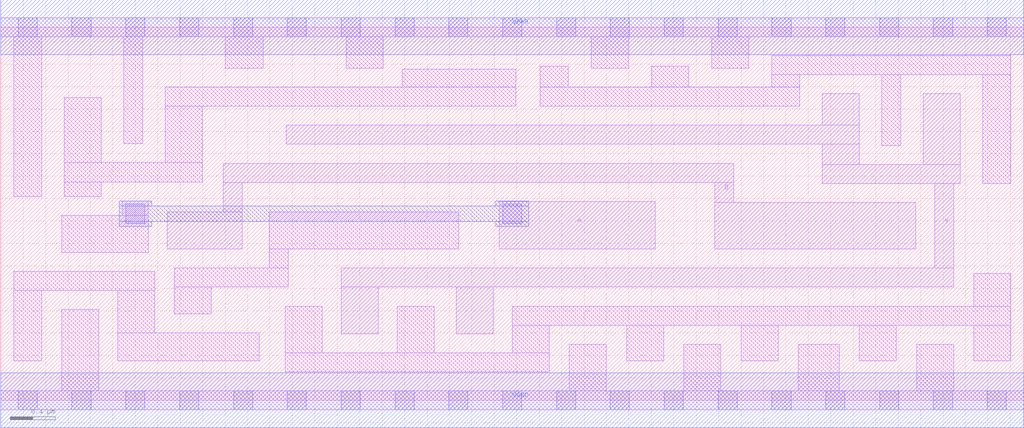
<source format=lef>
# Copyright 2020 The SkyWater PDK Authors
#
# Licensed under the Apache License, Version 2.0 (the "License");
# you may not use this file except in compliance with the License.
# You may obtain a copy of the License at
#
#     https://www.apache.org/licenses/LICENSE-2.0
#
# Unless required by applicable law or agreed to in writing, software
# distributed under the License is distributed on an "AS IS" BASIS,
# WITHOUT WARRANTIES OR CONDITIONS OF ANY KIND, either express or implied.
# See the License for the specific language governing permissions and
# limitations under the License.
#
# SPDX-License-Identifier: Apache-2.0

VERSION 5.5 ;
NAMESCASESENSITIVE ON ;
BUSBITCHARS "[]" ;
DIVIDERCHAR "/" ;
MACRO sky130_fd_sc_ls__xnor2_4
  CLASS CORE ;
  SOURCE USER ;
  ORIGIN  0.000000  0.000000 ;
  SIZE  9.120000 BY  3.330000 ;
  SYMMETRY X Y ;
  SITE unit ;
  PIN A
    ANTENNAPARTIALMETALSIDEAREA  2.779000 ;
    DIRECTION INPUT ;
    USE SIGNAL ;
    PORT
      LAYER li1 ;
        RECT 4.445000 1.350000 5.835000 1.775000 ;
    END
  END A
  PIN B
    ANTENNAGATEAREA  1.560000 ;
    DIRECTION INPUT ;
    USE SIGNAL ;
    PORT
      LAYER li1 ;
        RECT 1.485000 1.350000 2.155000 1.680000 ;
        RECT 1.985000 1.680000 2.155000 1.945000 ;
        RECT 1.985000 1.945000 6.535000 2.115000 ;
        RECT 6.365000 1.350000 8.155000 1.765000 ;
        RECT 6.365000 1.765000 6.535000 1.945000 ;
    END
  END B
  PIN Y
    ANTENNADIFFAREA  1.474200 ;
    DIRECTION OUTPUT ;
    USE SIGNAL ;
    PORT
      LAYER li1 ;
        RECT 2.545000 2.285000 7.655000 2.455000 ;
        RECT 3.035000 0.595000 3.365000 1.010000 ;
        RECT 3.035000 1.010000 8.495000 1.180000 ;
        RECT 4.060000 0.595000 4.390000 1.010000 ;
        RECT 7.325000 1.935000 8.555000 2.105000 ;
        RECT 7.325000 2.105000 7.655000 2.285000 ;
        RECT 7.325000 2.455000 7.655000 2.735000 ;
        RECT 8.225000 2.105000 8.555000 2.735000 ;
        RECT 8.325000 1.180000 8.495000 1.935000 ;
    END
  END Y
  PIN VGND
    DIRECTION INOUT ;
    SHAPE ABUTMENT ;
    USE GROUND ;
    PORT
      LAYER met1 ;
        RECT 0.000000 -0.245000 9.120000 0.245000 ;
    END
  END VGND
  PIN VPWR
    DIRECTION INOUT ;
    SHAPE ABUTMENT ;
    USE POWER ;
    PORT
      LAYER met1 ;
        RECT 0.000000 3.085000 9.120000 3.575000 ;
    END
  END VPWR
  OBS
    LAYER li1 ;
      RECT 0.000000 -0.085000 9.120000 0.085000 ;
      RECT 0.000000  3.245000 9.120000 3.415000 ;
      RECT 0.115000  0.350000 0.365000 0.980000 ;
      RECT 0.115000  0.980000 1.375000 1.150000 ;
      RECT 0.115000  1.820000 0.365000 3.245000 ;
      RECT 0.545000  0.085000 0.875000 0.810000 ;
      RECT 0.545000  1.320000 1.315000 1.650000 ;
      RECT 0.565000  1.820000 0.895000 1.950000 ;
      RECT 0.565000  1.950000 1.795000 2.120000 ;
      RECT 0.565000  2.120000 0.895000 2.700000 ;
      RECT 1.045000  0.350000 2.305000 0.600000 ;
      RECT 1.045000  0.600000 1.375000 0.980000 ;
      RECT 1.085000  1.650000 1.315000 1.780000 ;
      RECT 1.095000  2.290000 1.265000 3.245000 ;
      RECT 1.465000  2.120000 1.795000 2.625000 ;
      RECT 1.465000  2.625000 4.590000 2.795000 ;
      RECT 1.545000  0.770000 1.875000 1.010000 ;
      RECT 1.545000  1.010000 2.565000 1.180000 ;
      RECT 2.000000  2.965000 2.340000 3.245000 ;
      RECT 2.395000  1.180000 2.565000 1.350000 ;
      RECT 2.395000  1.350000 4.085000 1.680000 ;
      RECT 2.535000  0.255000 4.890000 0.425000 ;
      RECT 2.535000  0.425000 2.865000 0.840000 ;
      RECT 3.080000  2.965000 3.410000 3.245000 ;
      RECT 3.535000  0.425000 3.865000 0.840000 ;
      RECT 3.580000  2.795000 4.590000 2.955000 ;
      RECT 4.560000  0.425000 4.890000 0.670000 ;
      RECT 4.560000  0.670000 9.005000 0.840000 ;
      RECT 4.810000  2.625000 7.125000 2.795000 ;
      RECT 4.810000  2.795000 5.060000 2.980000 ;
      RECT 5.070000  0.085000 5.400000 0.500000 ;
      RECT 5.265000  2.965000 5.600000 3.245000 ;
      RECT 5.580000  0.350000 5.910000 0.670000 ;
      RECT 5.805000  2.795000 6.135000 2.980000 ;
      RECT 6.090000  0.085000 6.420000 0.500000 ;
      RECT 6.340000  2.965000 6.670000 3.245000 ;
      RECT 6.600000  0.350000 6.930000 0.670000 ;
      RECT 6.875000  2.795000 7.125000 2.905000 ;
      RECT 6.875000  2.905000 9.005000 3.075000 ;
      RECT 7.110000  0.085000 7.475000 0.500000 ;
      RECT 7.655000  0.350000 7.985000 0.670000 ;
      RECT 7.855000  2.275000 8.025000 2.905000 ;
      RECT 8.165000  0.085000 8.495000 0.500000 ;
      RECT 8.675000  0.350000 9.005000 0.670000 ;
      RECT 8.675000  0.840000 9.005000 1.130000 ;
      RECT 8.755000  1.935000 9.005000 2.905000 ;
    LAYER mcon ;
      RECT 0.155000 -0.085000 0.325000 0.085000 ;
      RECT 0.155000  3.245000 0.325000 3.415000 ;
      RECT 0.635000 -0.085000 0.805000 0.085000 ;
      RECT 0.635000  3.245000 0.805000 3.415000 ;
      RECT 1.115000 -0.085000 1.285000 0.085000 ;
      RECT 1.115000  1.580000 1.285000 1.750000 ;
      RECT 1.115000  3.245000 1.285000 3.415000 ;
      RECT 1.595000 -0.085000 1.765000 0.085000 ;
      RECT 1.595000  3.245000 1.765000 3.415000 ;
      RECT 2.075000 -0.085000 2.245000 0.085000 ;
      RECT 2.075000  3.245000 2.245000 3.415000 ;
      RECT 2.555000 -0.085000 2.725000 0.085000 ;
      RECT 2.555000  3.245000 2.725000 3.415000 ;
      RECT 3.035000 -0.085000 3.205000 0.085000 ;
      RECT 3.035000  3.245000 3.205000 3.415000 ;
      RECT 3.515000 -0.085000 3.685000 0.085000 ;
      RECT 3.515000  3.245000 3.685000 3.415000 ;
      RECT 3.995000 -0.085000 4.165000 0.085000 ;
      RECT 3.995000  3.245000 4.165000 3.415000 ;
      RECT 4.475000 -0.085000 4.645000 0.085000 ;
      RECT 4.475000  1.580000 4.645000 1.750000 ;
      RECT 4.475000  3.245000 4.645000 3.415000 ;
      RECT 4.955000 -0.085000 5.125000 0.085000 ;
      RECT 4.955000  3.245000 5.125000 3.415000 ;
      RECT 5.435000 -0.085000 5.605000 0.085000 ;
      RECT 5.435000  3.245000 5.605000 3.415000 ;
      RECT 5.915000 -0.085000 6.085000 0.085000 ;
      RECT 5.915000  3.245000 6.085000 3.415000 ;
      RECT 6.395000 -0.085000 6.565000 0.085000 ;
      RECT 6.395000  3.245000 6.565000 3.415000 ;
      RECT 6.875000 -0.085000 7.045000 0.085000 ;
      RECT 6.875000  3.245000 7.045000 3.415000 ;
      RECT 7.355000 -0.085000 7.525000 0.085000 ;
      RECT 7.355000  3.245000 7.525000 3.415000 ;
      RECT 7.835000 -0.085000 8.005000 0.085000 ;
      RECT 7.835000  3.245000 8.005000 3.415000 ;
      RECT 8.315000 -0.085000 8.485000 0.085000 ;
      RECT 8.315000  3.245000 8.485000 3.415000 ;
      RECT 8.795000 -0.085000 8.965000 0.085000 ;
      RECT 8.795000  3.245000 8.965000 3.415000 ;
    LAYER met1 ;
      RECT 1.055000 1.550000 1.345000 1.595000 ;
      RECT 1.055000 1.595000 4.705000 1.735000 ;
      RECT 1.055000 1.735000 1.345000 1.780000 ;
      RECT 4.415000 1.550000 4.705000 1.595000 ;
      RECT 4.415000 1.735000 4.705000 1.780000 ;
  END
END sky130_fd_sc_ls__xnor2_4

</source>
